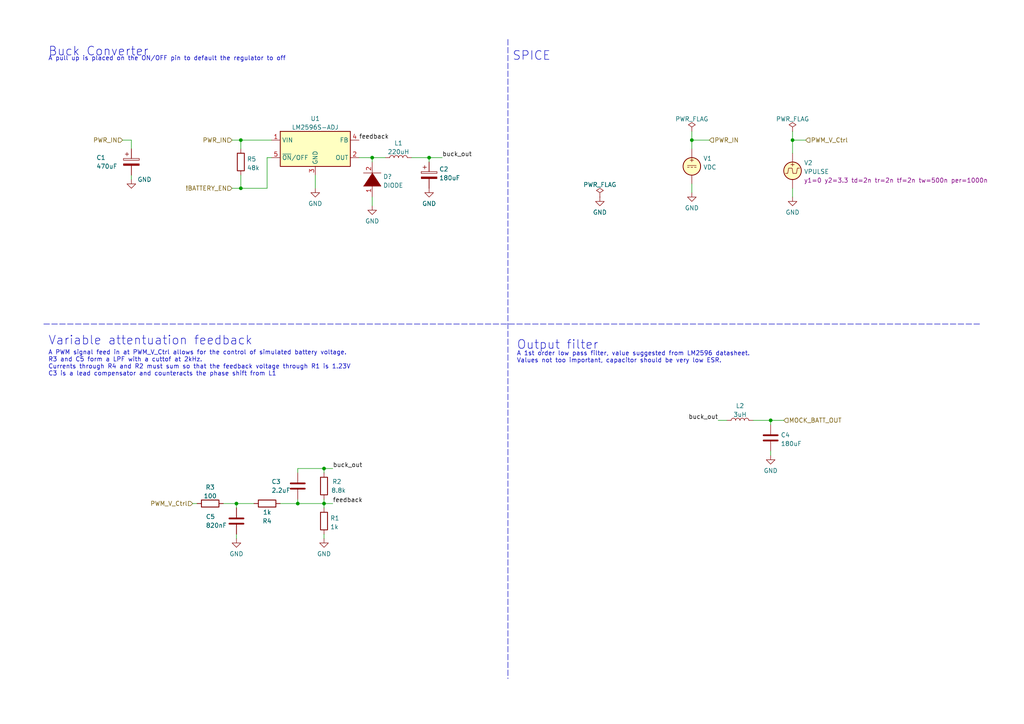
<source format=kicad_sch>
(kicad_sch (version 20211123) (generator eeschema)

  (uuid fb8b7f54-ef41-45c6-aca5-df3e1879cbb6)

  (paper "A4")

  (title_block
    (title "PurplePaddock")
    (date "2022-06-19")
    (rev "1.0")
    (company "RoboCon")
    (comment 1 "A buck converter designed to simulate a battery.")
    (comment 2 "As the motor outputs will not be loaded the current output of this is designed for 1A")
  )

  (lib_symbols
    (symbol "Device:C" (pin_numbers hide) (pin_names (offset 0.254)) (in_bom yes) (on_board yes)
      (property "Reference" "C" (id 0) (at 0.635 2.54 0)
        (effects (font (size 1.27 1.27)) (justify left))
      )
      (property "Value" "C" (id 1) (at 0.635 -2.54 0)
        (effects (font (size 1.27 1.27)) (justify left))
      )
      (property "Footprint" "" (id 2) (at 0.9652 -3.81 0)
        (effects (font (size 1.27 1.27)) hide)
      )
      (property "Datasheet" "~" (id 3) (at 0 0 0)
        (effects (font (size 1.27 1.27)) hide)
      )
      (property "ki_keywords" "cap capacitor" (id 4) (at 0 0 0)
        (effects (font (size 1.27 1.27)) hide)
      )
      (property "ki_description" "Unpolarized capacitor" (id 5) (at 0 0 0)
        (effects (font (size 1.27 1.27)) hide)
      )
      (property "ki_fp_filters" "C_*" (id 6) (at 0 0 0)
        (effects (font (size 1.27 1.27)) hide)
      )
      (symbol "C_0_1"
        (polyline
          (pts
            (xy -2.032 -0.762)
            (xy 2.032 -0.762)
          )
          (stroke (width 0.508) (type default) (color 0 0 0 0))
          (fill (type none))
        )
        (polyline
          (pts
            (xy -2.032 0.762)
            (xy 2.032 0.762)
          )
          (stroke (width 0.508) (type default) (color 0 0 0 0))
          (fill (type none))
        )
      )
      (symbol "C_1_1"
        (pin passive line (at 0 3.81 270) (length 2.794)
          (name "~" (effects (font (size 1.27 1.27))))
          (number "1" (effects (font (size 1.27 1.27))))
        )
        (pin passive line (at 0 -3.81 90) (length 2.794)
          (name "~" (effects (font (size 1.27 1.27))))
          (number "2" (effects (font (size 1.27 1.27))))
        )
      )
    )
    (symbol "Device:C_Polarized" (pin_numbers hide) (pin_names (offset 0.254)) (in_bom yes) (on_board yes)
      (property "Reference" "C" (id 0) (at 0.635 2.54 0)
        (effects (font (size 1.27 1.27)) (justify left))
      )
      (property "Value" "C_Polarized" (id 1) (at 0.635 -2.54 0)
        (effects (font (size 1.27 1.27)) (justify left))
      )
      (property "Footprint" "" (id 2) (at 0.9652 -3.81 0)
        (effects (font (size 1.27 1.27)) hide)
      )
      (property "Datasheet" "~" (id 3) (at 0 0 0)
        (effects (font (size 1.27 1.27)) hide)
      )
      (property "ki_keywords" "cap capacitor" (id 4) (at 0 0 0)
        (effects (font (size 1.27 1.27)) hide)
      )
      (property "ki_description" "Polarized capacitor" (id 5) (at 0 0 0)
        (effects (font (size 1.27 1.27)) hide)
      )
      (property "ki_fp_filters" "CP_*" (id 6) (at 0 0 0)
        (effects (font (size 1.27 1.27)) hide)
      )
      (symbol "C_Polarized_0_1"
        (rectangle (start -2.286 0.508) (end 2.286 1.016)
          (stroke (width 0) (type default) (color 0 0 0 0))
          (fill (type none))
        )
        (polyline
          (pts
            (xy -1.778 2.286)
            (xy -0.762 2.286)
          )
          (stroke (width 0) (type default) (color 0 0 0 0))
          (fill (type none))
        )
        (polyline
          (pts
            (xy -1.27 2.794)
            (xy -1.27 1.778)
          )
          (stroke (width 0) (type default) (color 0 0 0 0))
          (fill (type none))
        )
        (rectangle (start 2.286 -0.508) (end -2.286 -1.016)
          (stroke (width 0) (type default) (color 0 0 0 0))
          (fill (type outline))
        )
      )
      (symbol "C_Polarized_1_1"
        (pin passive line (at 0 3.81 270) (length 2.794)
          (name "~" (effects (font (size 1.27 1.27))))
          (number "1" (effects (font (size 1.27 1.27))))
        )
        (pin passive line (at 0 -3.81 90) (length 2.794)
          (name "~" (effects (font (size 1.27 1.27))))
          (number "2" (effects (font (size 1.27 1.27))))
        )
      )
    )
    (symbol "Device:L" (pin_numbers hide) (pin_names (offset 1.016) hide) (in_bom yes) (on_board yes)
      (property "Reference" "L" (id 0) (at -1.27 0 90)
        (effects (font (size 1.27 1.27)))
      )
      (property "Value" "L" (id 1) (at 1.905 0 90)
        (effects (font (size 1.27 1.27)))
      )
      (property "Footprint" "" (id 2) (at 0 0 0)
        (effects (font (size 1.27 1.27)) hide)
      )
      (property "Datasheet" "~" (id 3) (at 0 0 0)
        (effects (font (size 1.27 1.27)) hide)
      )
      (property "ki_keywords" "inductor choke coil reactor magnetic" (id 4) (at 0 0 0)
        (effects (font (size 1.27 1.27)) hide)
      )
      (property "ki_description" "Inductor" (id 5) (at 0 0 0)
        (effects (font (size 1.27 1.27)) hide)
      )
      (property "ki_fp_filters" "Choke_* *Coil* Inductor_* L_*" (id 6) (at 0 0 0)
        (effects (font (size 1.27 1.27)) hide)
      )
      (symbol "L_0_1"
        (arc (start 0 -2.54) (mid 0.635 -1.905) (end 0 -1.27)
          (stroke (width 0) (type default) (color 0 0 0 0))
          (fill (type none))
        )
        (arc (start 0 -1.27) (mid 0.635 -0.635) (end 0 0)
          (stroke (width 0) (type default) (color 0 0 0 0))
          (fill (type none))
        )
        (arc (start 0 0) (mid 0.635 0.635) (end 0 1.27)
          (stroke (width 0) (type default) (color 0 0 0 0))
          (fill (type none))
        )
        (arc (start 0 1.27) (mid 0.635 1.905) (end 0 2.54)
          (stroke (width 0) (type default) (color 0 0 0 0))
          (fill (type none))
        )
      )
      (symbol "L_1_1"
        (pin passive line (at 0 3.81 270) (length 1.27)
          (name "1" (effects (font (size 1.27 1.27))))
          (number "1" (effects (font (size 1.27 1.27))))
        )
        (pin passive line (at 0 -3.81 90) (length 1.27)
          (name "2" (effects (font (size 1.27 1.27))))
          (number "2" (effects (font (size 1.27 1.27))))
        )
      )
    )
    (symbol "Device:R" (pin_numbers hide) (pin_names (offset 0)) (in_bom yes) (on_board yes)
      (property "Reference" "R" (id 0) (at 2.032 0 90)
        (effects (font (size 1.27 1.27)))
      )
      (property "Value" "R" (id 1) (at 0 0 90)
        (effects (font (size 1.27 1.27)))
      )
      (property "Footprint" "" (id 2) (at -1.778 0 90)
        (effects (font (size 1.27 1.27)) hide)
      )
      (property "Datasheet" "~" (id 3) (at 0 0 0)
        (effects (font (size 1.27 1.27)) hide)
      )
      (property "ki_keywords" "R res resistor" (id 4) (at 0 0 0)
        (effects (font (size 1.27 1.27)) hide)
      )
      (property "ki_description" "Resistor" (id 5) (at 0 0 0)
        (effects (font (size 1.27 1.27)) hide)
      )
      (property "ki_fp_filters" "R_*" (id 6) (at 0 0 0)
        (effects (font (size 1.27 1.27)) hide)
      )
      (symbol "R_0_1"
        (rectangle (start -1.016 -2.54) (end 1.016 2.54)
          (stroke (width 0.254) (type default) (color 0 0 0 0))
          (fill (type none))
        )
      )
      (symbol "R_1_1"
        (pin passive line (at 0 3.81 270) (length 1.27)
          (name "~" (effects (font (size 1.27 1.27))))
          (number "1" (effects (font (size 1.27 1.27))))
        )
        (pin passive line (at 0 -3.81 90) (length 1.27)
          (name "~" (effects (font (size 1.27 1.27))))
          (number "2" (effects (font (size 1.27 1.27))))
        )
      )
    )
    (symbol "Regulator_Switching:LM2596S-ADJ" (in_bom yes) (on_board yes)
      (property "Reference" "U" (id 0) (at -10.16 6.35 0)
        (effects (font (size 1.27 1.27)) (justify left))
      )
      (property "Value" "LM2596S-ADJ" (id 1) (at 0 6.35 0)
        (effects (font (size 1.27 1.27)) (justify left))
      )
      (property "Footprint" "Package_TO_SOT_SMD:TO-263-5_TabPin3" (id 2) (at 1.27 -6.35 0)
        (effects (font (size 1.27 1.27) italic) (justify left) hide)
      )
      (property "Datasheet" "http://www.ti.com/lit/ds/symlink/lm2596.pdf" (id 3) (at 0 0 0)
        (effects (font (size 1.27 1.27)) hide)
      )
      (property "ki_keywords" "Step-Down Voltage Regulator Adjustable 3A" (id 4) (at 0 0 0)
        (effects (font (size 1.27 1.27)) hide)
      )
      (property "ki_description" "Adjustable 3A Step-Down Voltage Regulator, TO-263" (id 5) (at 0 0 0)
        (effects (font (size 1.27 1.27)) hide)
      )
      (property "ki_fp_filters" "TO?263*" (id 6) (at 0 0 0)
        (effects (font (size 1.27 1.27)) hide)
      )
      (symbol "LM2596S-ADJ_0_1"
        (rectangle (start -10.16 5.08) (end 10.16 -5.08)
          (stroke (width 0.254) (type default) (color 0 0 0 0))
          (fill (type background))
        )
      )
      (symbol "LM2596S-ADJ_1_1"
        (pin power_in line (at -12.7 2.54 0) (length 2.54)
          (name "VIN" (effects (font (size 1.27 1.27))))
          (number "1" (effects (font (size 1.27 1.27))))
        )
        (pin output line (at 12.7 -2.54 180) (length 2.54)
          (name "OUT" (effects (font (size 1.27 1.27))))
          (number "2" (effects (font (size 1.27 1.27))))
        )
        (pin power_in line (at 0 -7.62 90) (length 2.54)
          (name "GND" (effects (font (size 1.27 1.27))))
          (number "3" (effects (font (size 1.27 1.27))))
        )
        (pin input line (at 12.7 2.54 180) (length 2.54)
          (name "FB" (effects (font (size 1.27 1.27))))
          (number "4" (effects (font (size 1.27 1.27))))
        )
        (pin input line (at -12.7 -2.54 0) (length 2.54)
          (name "~{ON}/OFF" (effects (font (size 1.27 1.27))))
          (number "5" (effects (font (size 1.27 1.27))))
        )
      )
    )
    (symbol "Simulation_SPICE:VDC" (pin_numbers hide) (pin_names (offset 0.0254)) (in_bom yes) (on_board yes)
      (property "Reference" "V" (id 0) (at 2.54 2.54 0)
        (effects (font (size 1.27 1.27)) (justify left))
      )
      (property "Value" "VDC" (id 1) (at 2.54 0 0)
        (effects (font (size 1.27 1.27)) (justify left))
      )
      (property "Footprint" "" (id 2) (at 0 0 0)
        (effects (font (size 1.27 1.27)) hide)
      )
      (property "Datasheet" "~" (id 3) (at 0 0 0)
        (effects (font (size 1.27 1.27)) hide)
      )
      (property "Spice_Netlist_Enabled" "Y" (id 4) (at 0 0 0)
        (effects (font (size 1.27 1.27)) (justify left) hide)
      )
      (property "Spice_Primitive" "V" (id 5) (at 0 0 0)
        (effects (font (size 1.27 1.27)) (justify left) hide)
      )
      (property "Spice_Model" "dc(1)" (id 6) (at 2.54 -2.54 0)
        (effects (font (size 1.27 1.27)) (justify left))
      )
      (property "ki_keywords" "simulation" (id 7) (at 0 0 0)
        (effects (font (size 1.27 1.27)) hide)
      )
      (property "ki_description" "Voltage source, DC" (id 8) (at 0 0 0)
        (effects (font (size 1.27 1.27)) hide)
      )
      (symbol "VDC_0_0"
        (polyline
          (pts
            (xy -1.27 0.254)
            (xy 1.27 0.254)
          )
          (stroke (width 0) (type default) (color 0 0 0 0))
          (fill (type none))
        )
        (polyline
          (pts
            (xy -0.762 -0.254)
            (xy -1.27 -0.254)
          )
          (stroke (width 0) (type default) (color 0 0 0 0))
          (fill (type none))
        )
        (polyline
          (pts
            (xy 0.254 -0.254)
            (xy -0.254 -0.254)
          )
          (stroke (width 0) (type default) (color 0 0 0 0))
          (fill (type none))
        )
        (polyline
          (pts
            (xy 1.27 -0.254)
            (xy 0.762 -0.254)
          )
          (stroke (width 0) (type default) (color 0 0 0 0))
          (fill (type none))
        )
        (text "+" (at 0 1.905 0)
          (effects (font (size 1.27 1.27)))
        )
      )
      (symbol "VDC_0_1"
        (circle (center 0 0) (radius 2.54)
          (stroke (width 0.254) (type default) (color 0 0 0 0))
          (fill (type background))
        )
      )
      (symbol "VDC_1_1"
        (pin passive line (at 0 5.08 270) (length 2.54)
          (name "~" (effects (font (size 1.27 1.27))))
          (number "1" (effects (font (size 1.27 1.27))))
        )
        (pin passive line (at 0 -5.08 90) (length 2.54)
          (name "~" (effects (font (size 1.27 1.27))))
          (number "2" (effects (font (size 1.27 1.27))))
        )
      )
    )
    (symbol "Simulation_SPICE:VPULSE" (pin_numbers hide) (pin_names (offset 0.0254)) (in_bom yes) (on_board yes)
      (property "Reference" "V" (id 0) (at 2.54 2.54 0)
        (effects (font (size 1.27 1.27)) (justify left))
      )
      (property "Value" "VPULSE" (id 1) (at 2.54 0 0)
        (effects (font (size 1.27 1.27)) (justify left))
      )
      (property "Footprint" "" (id 2) (at 0 0 0)
        (effects (font (size 1.27 1.27)) hide)
      )
      (property "Datasheet" "~" (id 3) (at 0 0 0)
        (effects (font (size 1.27 1.27)) hide)
      )
      (property "Spice_Netlist_Enabled" "Y" (id 4) (at 0 0 0)
        (effects (font (size 1.27 1.27)) (justify left) hide)
      )
      (property "Spice_Primitive" "V" (id 5) (at 0 0 0)
        (effects (font (size 1.27 1.27)) (justify left) hide)
      )
      (property "Spice_Model" "pulse(0 1 2n 2n 2n 50n 100n)" (id 6) (at 2.54 -2.54 0)
        (effects (font (size 1.27 1.27)) (justify left))
      )
      (property "ki_keywords" "simulation" (id 7) (at 0 0 0)
        (effects (font (size 1.27 1.27)) hide)
      )
      (property "ki_description" "Voltage source, pulse" (id 8) (at 0 0 0)
        (effects (font (size 1.27 1.27)) hide)
      )
      (symbol "VPULSE_0_0"
        (polyline
          (pts
            (xy -2.032 -0.762)
            (xy -1.397 -0.762)
            (xy -1.143 0.762)
            (xy -0.127 0.762)
            (xy 0.127 -0.762)
            (xy 1.143 -0.762)
            (xy 1.397 0.762)
            (xy 2.032 0.762)
          )
          (stroke (width 0) (type default) (color 0 0 0 0))
          (fill (type none))
        )
        (text "+" (at 0 1.905 0)
          (effects (font (size 1.27 1.27)))
        )
      )
      (symbol "VPULSE_0_1"
        (circle (center 0 0) (radius 2.54)
          (stroke (width 0.254) (type default) (color 0 0 0 0))
          (fill (type background))
        )
      )
      (symbol "VPULSE_1_1"
        (pin passive line (at 0 5.08 270) (length 2.54)
          (name "~" (effects (font (size 1.27 1.27))))
          (number "1" (effects (font (size 1.27 1.27))))
        )
        (pin passive line (at 0 -5.08 90) (length 2.54)
          (name "~" (effects (font (size 1.27 1.27))))
          (number "2" (effects (font (size 1.27 1.27))))
        )
      )
    )
    (symbol "power:GND" (power) (pin_names (offset 0)) (in_bom yes) (on_board yes)
      (property "Reference" "#PWR" (id 0) (at 0 -6.35 0)
        (effects (font (size 1.27 1.27)) hide)
      )
      (property "Value" "GND" (id 1) (at 0 -3.81 0)
        (effects (font (size 1.27 1.27)))
      )
      (property "Footprint" "" (id 2) (at 0 0 0)
        (effects (font (size 1.27 1.27)) hide)
      )
      (property "Datasheet" "" (id 3) (at 0 0 0)
        (effects (font (size 1.27 1.27)) hide)
      )
      (property "ki_keywords" "power-flag" (id 4) (at 0 0 0)
        (effects (font (size 1.27 1.27)) hide)
      )
      (property "ki_description" "Power symbol creates a global label with name \"GND\" , ground" (id 5) (at 0 0 0)
        (effects (font (size 1.27 1.27)) hide)
      )
      (symbol "GND_0_1"
        (polyline
          (pts
            (xy 0 0)
            (xy 0 -1.27)
            (xy 1.27 -1.27)
            (xy 0 -2.54)
            (xy -1.27 -1.27)
            (xy 0 -1.27)
          )
          (stroke (width 0) (type default) (color 0 0 0 0))
          (fill (type none))
        )
      )
      (symbol "GND_1_1"
        (pin power_in line (at 0 0 270) (length 0) hide
          (name "GND" (effects (font (size 1.27 1.27))))
          (number "1" (effects (font (size 1.27 1.27))))
        )
      )
    )
    (symbol "power:PWR_FLAG" (power) (pin_numbers hide) (pin_names (offset 0) hide) (in_bom yes) (on_board yes)
      (property "Reference" "#FLG" (id 0) (at 0 1.905 0)
        (effects (font (size 1.27 1.27)) hide)
      )
      (property "Value" "PWR_FLAG" (id 1) (at 0 3.81 0)
        (effects (font (size 1.27 1.27)))
      )
      (property "Footprint" "" (id 2) (at 0 0 0)
        (effects (font (size 1.27 1.27)) hide)
      )
      (property "Datasheet" "~" (id 3) (at 0 0 0)
        (effects (font (size 1.27 1.27)) hide)
      )
      (property "ki_keywords" "power-flag" (id 4) (at 0 0 0)
        (effects (font (size 1.27 1.27)) hide)
      )
      (property "ki_description" "Special symbol for telling ERC where power comes from" (id 5) (at 0 0 0)
        (effects (font (size 1.27 1.27)) hide)
      )
      (symbol "PWR_FLAG_0_0"
        (pin power_out line (at 0 0 90) (length 0)
          (name "pwr" (effects (font (size 1.27 1.27))))
          (number "1" (effects (font (size 1.27 1.27))))
        )
      )
      (symbol "PWR_FLAG_0_1"
        (polyline
          (pts
            (xy 0 0)
            (xy 0 1.27)
            (xy -1.016 1.905)
            (xy 0 2.54)
            (xy 1.016 1.905)
            (xy 0 1.27)
          )
          (stroke (width 0) (type default) (color 0 0 0 0))
          (fill (type none))
        )
      )
    )
    (symbol "pspice:DIODE" (pin_names (offset 1.016) hide) (in_bom yes) (on_board yes)
      (property "Reference" "D" (id 0) (at 0 3.81 0)
        (effects (font (size 1.27 1.27)))
      )
      (property "Value" "DIODE" (id 1) (at 0 -4.445 0)
        (effects (font (size 1.27 1.27)))
      )
      (property "Footprint" "" (id 2) (at 0 0 0)
        (effects (font (size 1.27 1.27)) hide)
      )
      (property "Datasheet" "~" (id 3) (at 0 0 0)
        (effects (font (size 1.27 1.27)) hide)
      )
      (property "ki_keywords" "simulation" (id 4) (at 0 0 0)
        (effects (font (size 1.27 1.27)) hide)
      )
      (property "ki_description" "Diode symbol for simulation only. Pin order incompatible with official kicad footprints" (id 5) (at 0 0 0)
        (effects (font (size 1.27 1.27)) hide)
      )
      (symbol "DIODE_0_1"
        (polyline
          (pts
            (xy 1.905 2.54)
            (xy 1.905 -2.54)
          )
          (stroke (width 0) (type default) (color 0 0 0 0))
          (fill (type none))
        )
        (polyline
          (pts
            (xy -1.905 2.54)
            (xy -1.905 -2.54)
            (xy 1.905 0)
          )
          (stroke (width 0) (type default) (color 0 0 0 0))
          (fill (type outline))
        )
      )
      (symbol "DIODE_1_1"
        (pin input line (at -5.08 0 0) (length 3.81)
          (name "K" (effects (font (size 1.27 1.27))))
          (number "1" (effects (font (size 1.27 1.27))))
        )
        (pin input line (at 5.08 0 180) (length 3.81)
          (name "A" (effects (font (size 1.27 1.27))))
          (number "2" (effects (font (size 1.27 1.27))))
        )
      )
    )
  )

  (junction (at 107.95 45.72) (diameter 0) (color 0 0 0 0)
    (uuid 127d2c5c-7bac-4179-8935-783a20840a10)
  )
  (junction (at 69.85 40.64) (diameter 0) (color 0 0 0 0)
    (uuid 17d601c6-93ee-4deb-be86-61785c29cf2d)
  )
  (junction (at 93.98 146.05) (diameter 0) (color 0 0 0 0)
    (uuid 337d5e90-92d6-4aaf-9b62-a476a8a6e769)
  )
  (junction (at 68.58 146.05) (diameter 0) (color 0 0 0 0)
    (uuid 3f7735d9-4cb3-44d1-aa4a-96cdb0f2e34a)
  )
  (junction (at 86.36 146.05) (diameter 0) (color 0 0 0 0)
    (uuid 4b89aaaa-bd37-4701-bec5-2abfbd4f9ed7)
  )
  (junction (at 69.85 54.61) (diameter 0) (color 0 0 0 0)
    (uuid 570c0661-52db-4a27-bfdd-1f88a5b5d1e3)
  )
  (junction (at 229.87 40.64) (diameter 0) (color 0 0 0 0)
    (uuid 5bdd1992-6afd-49b5-be69-1b5cff462f84)
  )
  (junction (at 200.66 40.64) (diameter 0) (color 0 0 0 0)
    (uuid 78122c34-4017-4548-b071-9a352032919b)
  )
  (junction (at 124.46 45.72) (diameter 0) (color 0 0 0 0)
    (uuid 912ebf8e-8a8b-4838-b56f-5239678bfea8)
  )
  (junction (at 223.52 121.92) (diameter 0) (color 0 0 0 0)
    (uuid 9a920911-a161-4e4c-9be1-5e44779e44be)
  )
  (junction (at 93.98 135.89) (diameter 0) (color 0 0 0 0)
    (uuid c18a94e6-48c4-4a52-a103-c1de9034ce40)
  )

  (wire (pts (xy 96.52 146.05) (xy 93.98 146.05))
    (stroke (width 0) (type default) (color 0 0 0 0))
    (uuid 0422fa69-4e68-4c25-9175-6f5da83df515)
  )
  (wire (pts (xy 86.36 146.05) (xy 93.98 146.05))
    (stroke (width 0) (type default) (color 0 0 0 0))
    (uuid 0466f635-cb9c-4a88-8b3b-beb350c4b18e)
  )
  (wire (pts (xy 200.66 38.1) (xy 200.66 40.64))
    (stroke (width 0) (type default) (color 0 0 0 0))
    (uuid 0a2fbc06-efd1-429b-a8fd-531cc97fbada)
  )
  (wire (pts (xy 55.88 146.05) (xy 57.15 146.05))
    (stroke (width 0) (type default) (color 0 0 0 0))
    (uuid 0a334104-ec45-4d87-a9eb-144c316a1965)
  )
  (wire (pts (xy 69.85 40.64) (xy 69.85 43.18))
    (stroke (width 0) (type default) (color 0 0 0 0))
    (uuid 0a939ab8-28de-4431-8812-9f9eeacb2f9c)
  )
  (wire (pts (xy 223.52 121.92) (xy 227.33 121.92))
    (stroke (width 0) (type default) (color 0 0 0 0))
    (uuid 10d3004e-2ef1-4d00-a7d2-5bf1acb48d87)
  )
  (wire (pts (xy 218.44 121.92) (xy 223.52 121.92))
    (stroke (width 0) (type default) (color 0 0 0 0))
    (uuid 12ee84a3-7125-4059-b4cd-4386cafab5c4)
  )
  (wire (pts (xy 124.46 45.72) (xy 124.46 46.99))
    (stroke (width 0) (type default) (color 0 0 0 0))
    (uuid 1cbcccf2-44c1-4e20-a313-958aaaa7f831)
  )
  (wire (pts (xy 205.74 40.64) (xy 200.66 40.64))
    (stroke (width 0) (type default) (color 0 0 0 0))
    (uuid 2013f9a6-1433-4814-9975-2148fee324be)
  )
  (wire (pts (xy 200.66 40.64) (xy 200.66 43.18))
    (stroke (width 0) (type default) (color 0 0 0 0))
    (uuid 2e607773-0025-44c9-9157-1c136da339d6)
  )
  (wire (pts (xy 223.52 130.81) (xy 223.52 132.08))
    (stroke (width 0) (type default) (color 0 0 0 0))
    (uuid 2e7fe69a-948c-4307-99f4-756f89c12b38)
  )
  (wire (pts (xy 68.58 146.05) (xy 64.77 146.05))
    (stroke (width 0) (type default) (color 0 0 0 0))
    (uuid 33d1a912-1c7a-40a0-b9d0-b01f77774d11)
  )
  (wire (pts (xy 107.95 57.15) (xy 107.95 59.69))
    (stroke (width 0) (type default) (color 0 0 0 0))
    (uuid 3462b2ab-d80c-42a5-ad50-93a967eb3e31)
  )
  (wire (pts (xy 119.38 45.72) (xy 124.46 45.72))
    (stroke (width 0) (type default) (color 0 0 0 0))
    (uuid 4be53149-b57f-40cf-9ffe-21024f01764f)
  )
  (wire (pts (xy 124.46 45.72) (xy 128.27 45.72))
    (stroke (width 0) (type default) (color 0 0 0 0))
    (uuid 5d681a89-63df-42aa-9dcb-13cacf7ce775)
  )
  (wire (pts (xy 223.52 121.92) (xy 223.52 123.19))
    (stroke (width 0) (type default) (color 0 0 0 0))
    (uuid 7047dd5d-c51d-4db0-bdf7-4c299a3daeaa)
  )
  (wire (pts (xy 86.36 146.05) (xy 81.28 146.05))
    (stroke (width 0) (type default) (color 0 0 0 0))
    (uuid 76d462b2-8665-42eb-9b0b-497403344c18)
  )
  (wire (pts (xy 73.66 146.05) (xy 68.58 146.05))
    (stroke (width 0) (type default) (color 0 0 0 0))
    (uuid 79ff6def-00c9-440a-9fab-36297575dc92)
  )
  (polyline (pts (xy 12.7 93.98) (xy 284.48 93.98))
    (stroke (width 0) (type default) (color 0 0 0 0))
    (uuid 7c7422eb-b9fe-408d-958a-507b648b6d10)
  )

  (wire (pts (xy 93.98 146.05) (xy 93.98 144.78))
    (stroke (width 0) (type default) (color 0 0 0 0))
    (uuid 86d3369c-5fd3-4ff9-baeb-80f178e107f1)
  )
  (wire (pts (xy 104.14 45.72) (xy 107.95 45.72))
    (stroke (width 0) (type default) (color 0 0 0 0))
    (uuid 8770461d-1958-41ac-b787-77326e07cdc0)
  )
  (wire (pts (xy 96.52 135.89) (xy 93.98 135.89))
    (stroke (width 0) (type default) (color 0 0 0 0))
    (uuid 8aa7c210-67a6-4eff-9071-bd23002c2c7e)
  )
  (wire (pts (xy 69.85 50.8) (xy 69.85 54.61))
    (stroke (width 0) (type default) (color 0 0 0 0))
    (uuid 8af8c7dd-4856-4b82-92eb-2c92bf73f2b0)
  )
  (wire (pts (xy 91.44 50.8) (xy 91.44 54.61))
    (stroke (width 0) (type default) (color 0 0 0 0))
    (uuid 997f1b33-64fa-4e03-b652-4f72e125ab79)
  )
  (wire (pts (xy 93.98 137.16) (xy 93.98 135.89))
    (stroke (width 0) (type default) (color 0 0 0 0))
    (uuid 9ee7be8c-fdfb-4244-a04e-113c0968f327)
  )
  (wire (pts (xy 69.85 40.64) (xy 78.74 40.64))
    (stroke (width 0) (type default) (color 0 0 0 0))
    (uuid a03fa313-7c17-460b-b2d0-6b860cbe8e31)
  )
  (wire (pts (xy 67.31 40.64) (xy 69.85 40.64))
    (stroke (width 0) (type default) (color 0 0 0 0))
    (uuid a54d4e72-c8b0-4d4c-9c14-37bd8179cd21)
  )
  (wire (pts (xy 77.47 54.61) (xy 77.47 45.72))
    (stroke (width 0) (type default) (color 0 0 0 0))
    (uuid a9631911-e1bf-4f9e-a8ae-5096be5b5cd9)
  )
  (wire (pts (xy 93.98 146.05) (xy 93.98 147.32))
    (stroke (width 0) (type default) (color 0 0 0 0))
    (uuid ad5e3909-dbf1-4202-95f4-94b5c05056d3)
  )
  (wire (pts (xy 68.58 147.32) (xy 68.58 146.05))
    (stroke (width 0) (type default) (color 0 0 0 0))
    (uuid b08b05e5-2479-4256-9691-13fed750b35e)
  )
  (wire (pts (xy 77.47 45.72) (xy 78.74 45.72))
    (stroke (width 0) (type default) (color 0 0 0 0))
    (uuid b869f526-3c68-4140-b41e-d3aa330e20e0)
  )
  (wire (pts (xy 208.28 121.92) (xy 210.82 121.92))
    (stroke (width 0) (type default) (color 0 0 0 0))
    (uuid b90c36c9-40e3-4f62-9705-53441556bb10)
  )
  (wire (pts (xy 86.36 135.89) (xy 86.36 137.16))
    (stroke (width 0) (type default) (color 0 0 0 0))
    (uuid b93d70b1-c312-423c-a2b2-cab4e9888dfa)
  )
  (wire (pts (xy 93.98 154.94) (xy 93.98 156.21))
    (stroke (width 0) (type default) (color 0 0 0 0))
    (uuid bac38c2a-6f5a-4a09-ad92-fb7e4e20d345)
  )
  (wire (pts (xy 86.36 144.78) (xy 86.36 146.05))
    (stroke (width 0) (type default) (color 0 0 0 0))
    (uuid bdf3c2d2-0d2c-4961-a46b-bfb4b5618ce6)
  )
  (wire (pts (xy 229.87 40.64) (xy 229.87 44.45))
    (stroke (width 0) (type default) (color 0 0 0 0))
    (uuid bfae627f-a9d9-457a-8e2d-a590feb739d7)
  )
  (wire (pts (xy 233.68 40.64) (xy 229.87 40.64))
    (stroke (width 0) (type default) (color 0 0 0 0))
    (uuid c69d570d-9846-4a66-a272-9626429f186d)
  )
  (wire (pts (xy 107.95 45.72) (xy 107.95 46.99))
    (stroke (width 0) (type default) (color 0 0 0 0))
    (uuid c8011ad2-79f4-43ce-bc5f-a4eb113fbf2e)
  )
  (wire (pts (xy 67.31 54.61) (xy 69.85 54.61))
    (stroke (width 0) (type default) (color 0 0 0 0))
    (uuid d3a25261-48c1-41aa-99a6-0ba40e5bdcf2)
  )
  (wire (pts (xy 200.66 53.34) (xy 200.66 55.88))
    (stroke (width 0) (type default) (color 0 0 0 0))
    (uuid d7271bdf-c0f4-4c95-b564-c54e73fe1e7b)
  )
  (wire (pts (xy 35.56 40.64) (xy 38.1 40.64))
    (stroke (width 0) (type default) (color 0 0 0 0))
    (uuid d80d4c90-b40f-414e-8736-376e76dddedb)
  )
  (wire (pts (xy 68.58 154.94) (xy 68.58 156.21))
    (stroke (width 0) (type default) (color 0 0 0 0))
    (uuid da4af4aa-73d0-4d01-9883-b968c93e2bb9)
  )
  (wire (pts (xy 69.85 54.61) (xy 77.47 54.61))
    (stroke (width 0) (type default) (color 0 0 0 0))
    (uuid dde1bbc2-32ac-4606-8822-a4c44d3ecf6a)
  )
  (wire (pts (xy 229.87 54.61) (xy 229.87 57.15))
    (stroke (width 0) (type default) (color 0 0 0 0))
    (uuid e87b4b82-032e-4b24-a4c4-50914aa60186)
  )
  (wire (pts (xy 229.87 38.1) (xy 229.87 40.64))
    (stroke (width 0) (type default) (color 0 0 0 0))
    (uuid e91150bf-366c-44a2-9837-c942e5ab2be2)
  )
  (wire (pts (xy 107.95 45.72) (xy 111.76 45.72))
    (stroke (width 0) (type default) (color 0 0 0 0))
    (uuid ebd7f6d0-8eab-4f9f-811f-5636efea042e)
  )
  (wire (pts (xy 38.1 52.07) (xy 38.1 50.8))
    (stroke (width 0) (type default) (color 0 0 0 0))
    (uuid ec62eaa8-b214-4014-911c-ce7ed9d05cd2)
  )
  (wire (pts (xy 93.98 135.89) (xy 86.36 135.89))
    (stroke (width 0) (type default) (color 0 0 0 0))
    (uuid f0faba35-6c82-4c9c-beff-a16cfc0b4aea)
  )
  (polyline (pts (xy 147.32 11.43) (xy 147.32 196.85))
    (stroke (width 0) (type default) (color 0 0 0 0))
    (uuid f7824c1f-1dac-4876-9871-36f318ce384c)
  )

  (wire (pts (xy 38.1 40.64) (xy 38.1 43.18))
    (stroke (width 0) (type default) (color 0 0 0 0))
    (uuid ff9f9789-d8a3-4139-82b5-e9e39a8b666d)
  )

  (text "Variable attentuation feedback" (at 13.97 100.33 0)
    (effects (font (size 2.54 2.54)) (justify left bottom))
    (uuid 134b8d2c-2387-4361-bf62-e060684c976b)
  )
  (text "Buck Converter" (at 13.97 16.51 0)
    (effects (font (size 2.54 2.54)) (justify left bottom))
    (uuid ab5eb262-d360-4393-9b25-f0ce7187f731)
  )
  (text "SPICE" (at 148.59 17.78 0)
    (effects (font (size 2.54 2.54)) (justify left bottom))
    (uuid b13e8723-f8d8-4f28-9777-6c1ea174d677)
  )
  (text "Output filter" (at 149.86 101.6 0)
    (effects (font (size 2.54 2.54)) (justify left bottom))
    (uuid d4176dc6-bfda-4423-b5dc-54fb8847b5de)
  )
  (text "A 1st order low pass filter, value suggested from LM2596 datasheet.\nValues not too important, capacitor should be very low ESR."
    (at 149.86 105.41 0)
    (effects (font (size 1.27 1.27)) (justify left bottom))
    (uuid e158e6e7-9e5b-47a1-a9e7-117348d33071)
  )
  (text "A PWM signal feed in at PWM_V_Ctrl allows for the control of simulated battery voltage.\nR3 and C5 form a LPF with a cuttof at 2kHz. \nCurrents through R4 and R2 must sum so that the feedback voltage through R1 is 1.23V\nC3 is a lead compensator and counteracts the phase shift from L1\n"
    (at 13.97 109.22 0)
    (effects (font (size 1.27 1.27)) (justify left bottom))
    (uuid f36091f0-2380-46ca-9f1e-99060eecc965)
  )
  (text "A pull up is placed on the ON/OFF pin to default the regulator to off"
    (at 13.97 17.78 0)
    (effects (font (size 1.27 1.27)) (justify left bottom))
    (uuid f87254ff-2dbf-463a-b1b9-dd7e9a266f29)
  )

  (label "feedback" (at 96.52 146.05 0)
    (effects (font (size 1.27 1.27)) (justify left bottom))
    (uuid 3e0b88e5-8861-472f-81aa-fc6614d74063)
  )
  (label "buck_out" (at 128.27 45.72 0)
    (effects (font (size 1.27 1.27)) (justify left bottom))
    (uuid 5d4879a6-0801-439f-ab68-b3e3a77fe371)
  )
  (label "feedback" (at 104.14 40.64 0)
    (effects (font (size 1.27 1.27)) (justify left bottom))
    (uuid a1bc58f4-d6fd-4d66-8f8c-d24a2547eae2)
  )
  (label "buck_out" (at 208.28 121.92 180)
    (effects (font (size 1.27 1.27)) (justify right bottom))
    (uuid c4624309-1ace-4720-a3a6-c4d93bdb7cdb)
  )
  (label "buck_out" (at 96.52 135.89 0)
    (effects (font (size 1.27 1.27)) (justify left bottom))
    (uuid eb02b004-1d54-4c1c-bfbb-16e9473cea48)
  )

  (hierarchical_label "MOCK_BATT_OUT" (shape input) (at 227.33 121.92 0)
    (effects (font (size 1.27 1.27)) (justify left))
    (uuid 21731827-de43-4e40-a75e-1045ea904303)
  )
  (hierarchical_label "PWR_IN" (shape input) (at 205.74 40.64 0)
    (effects (font (size 1.27 1.27)) (justify left))
    (uuid 67c7a478-1f53-477a-9997-e375f47aa773)
  )
  (hierarchical_label "!BATTERY_EN" (shape input) (at 67.31 54.61 180)
    (effects (font (size 1.27 1.27)) (justify right))
    (uuid 8e24cac7-b54a-405b-b28e-e61b778029d6)
  )
  (hierarchical_label "PWR_IN" (shape input) (at 67.31 40.64 180)
    (effects (font (size 1.27 1.27)) (justify right))
    (uuid 95270271-9a2b-4e9e-b20c-1504be7d3b3a)
  )
  (hierarchical_label "PWM_V_Ctrl" (shape input) (at 55.88 146.05 180)
    (effects (font (size 1.27 1.27)) (justify right))
    (uuid bc484d60-76e8-41e1-b988-0a7ea43663f7)
  )
  (hierarchical_label "PWR_IN" (shape input) (at 35.56 40.64 180)
    (effects (font (size 1.27 1.27)) (justify right))
    (uuid bf5c8d77-c64a-49e3-80ec-f65f7cbb50aa)
  )
  (hierarchical_label "PWM_V_Ctrl" (shape input) (at 233.68 40.64 0)
    (effects (font (size 1.27 1.27)) (justify left))
    (uuid c63119a9-db11-452f-9856-13bdad51ef62)
  )

  (symbol (lib_id "power:GND") (at 68.58 156.21 0) (mirror y) (unit 1)
    (in_bom yes) (on_board yes) (fields_autoplaced)
    (uuid 03f5d132-ea09-41e4-8553-70f54cc592c3)
    (property "Reference" "#PWR010" (id 0) (at 68.58 162.56 0)
      (effects (font (size 1.27 1.27)) hide)
    )
    (property "Value" "GND" (id 1) (at 68.58 160.6534 0))
    (property "Footprint" "" (id 2) (at 68.58 156.21 0)
      (effects (font (size 1.27 1.27)) hide)
    )
    (property "Datasheet" "" (id 3) (at 68.58 156.21 0)
      (effects (font (size 1.27 1.27)) hide)
    )
    (pin "1" (uuid 2e6b13f8-092f-47a6-a3ad-38aede999c8c))
  )

  (symbol (lib_id "power:GND") (at 93.98 156.21 0) (mirror y) (unit 1)
    (in_bom yes) (on_board yes) (fields_autoplaced)
    (uuid 0d7ecdd5-bee7-42f5-9f98-518927783a70)
    (property "Reference" "#PWR011" (id 0) (at 93.98 162.56 0)
      (effects (font (size 1.27 1.27)) hide)
    )
    (property "Value" "GND" (id 1) (at 93.98 160.6534 0))
    (property "Footprint" "" (id 2) (at 93.98 156.21 0)
      (effects (font (size 1.27 1.27)) hide)
    )
    (property "Datasheet" "" (id 3) (at 93.98 156.21 0)
      (effects (font (size 1.27 1.27)) hide)
    )
    (pin "1" (uuid d7fbeb57-6f59-4a27-a70e-d8a0e8634cc8))
  )

  (symbol (lib_id "power:GND") (at 173.99 57.15 0) (unit 1)
    (in_bom yes) (on_board yes) (fields_autoplaced)
    (uuid 0d9bd421-f578-42e5-a943-f7a9f28d22e0)
    (property "Reference" "#PWR0101" (id 0) (at 173.99 63.5 0)
      (effects (font (size 1.27 1.27)) hide)
    )
    (property "Value" "GND" (id 1) (at 173.99 61.5934 0))
    (property "Footprint" "" (id 2) (at 173.99 57.15 0)
      (effects (font (size 1.27 1.27)) hide)
    )
    (property "Datasheet" "" (id 3) (at 173.99 57.15 0)
      (effects (font (size 1.27 1.27)) hide)
    )
    (pin "1" (uuid 87a79166-ab2d-4a4e-9e72-0ced69ed1710))
  )

  (symbol (lib_id "power:GND") (at 107.95 59.69 0) (unit 1)
    (in_bom yes) (on_board yes) (fields_autoplaced)
    (uuid 18a9e924-345c-4a2d-ba08-595ffc779d26)
    (property "Reference" "#PWR07" (id 0) (at 107.95 66.04 0)
      (effects (font (size 1.27 1.27)) hide)
    )
    (property "Value" "GND" (id 1) (at 107.95 64.1334 0))
    (property "Footprint" "" (id 2) (at 107.95 59.69 0)
      (effects (font (size 1.27 1.27)) hide)
    )
    (property "Datasheet" "" (id 3) (at 107.95 59.69 0)
      (effects (font (size 1.27 1.27)) hide)
    )
    (pin "1" (uuid 56e9160f-9a2e-4d54-887a-1ca17368617a))
  )

  (symbol (lib_id "Device:R") (at 93.98 151.13 0) (mirror y) (unit 1)
    (in_bom yes) (on_board yes) (fields_autoplaced)
    (uuid 34a88ea6-d92e-4ba4-8cc4-922e4df7e79b)
    (property "Reference" "R1" (id 0) (at 95.758 150.2953 0)
      (effects (font (size 1.27 1.27)) (justify right))
    )
    (property "Value" "1k" (id 1) (at 95.758 152.8322 0)
      (effects (font (size 1.27 1.27)) (justify right))
    )
    (property "Footprint" "" (id 2) (at 95.758 151.13 90)
      (effects (font (size 1.27 1.27)) hide)
    )
    (property "Datasheet" "~" (id 3) (at 93.98 151.13 0)
      (effects (font (size 1.27 1.27)) hide)
    )
    (pin "1" (uuid 8370e047-c3c5-44e7-a402-35e6a8e8e6f1))
    (pin "2" (uuid d905af8a-eb25-4f99-84f4-be20c1aa4a78))
  )

  (symbol (lib_id "Device:C") (at 86.36 140.97 0) (unit 1)
    (in_bom yes) (on_board yes)
    (uuid 3c596e69-b0ca-48db-8244-b7e3fd67e54c)
    (property "Reference" "C3" (id 0) (at 78.74 139.7 0)
      (effects (font (size 1.27 1.27)) (justify left))
    )
    (property "Value" "2.2uF" (id 1) (at 78.74 142.24 0)
      (effects (font (size 1.27 1.27)) (justify left))
    )
    (property "Footprint" "" (id 2) (at 87.3252 144.78 0)
      (effects (font (size 1.27 1.27)) hide)
    )
    (property "Datasheet" "~" (id 3) (at 86.36 140.97 0)
      (effects (font (size 1.27 1.27)) hide)
    )
    (pin "1" (uuid 598df20e-6756-4306-95d0-fd96a137244e))
    (pin "2" (uuid 5fd2c72b-ad41-4ba1-b79c-a2ecf14da60e))
  )

  (symbol (lib_id "power:GND") (at 223.52 132.08 0) (unit 1)
    (in_bom yes) (on_board yes) (fields_autoplaced)
    (uuid 4a1c648c-059e-42fb-85ff-e3a5d0443d1d)
    (property "Reference" "#PWR09" (id 0) (at 223.52 138.43 0)
      (effects (font (size 1.27 1.27)) hide)
    )
    (property "Value" "GND" (id 1) (at 223.52 136.5234 0))
    (property "Footprint" "" (id 2) (at 223.52 132.08 0)
      (effects (font (size 1.27 1.27)) hide)
    )
    (property "Datasheet" "" (id 3) (at 223.52 132.08 0)
      (effects (font (size 1.27 1.27)) hide)
    )
    (pin "1" (uuid b6dfd6dd-abda-4fa1-861e-8d991298d46f))
  )

  (symbol (lib_id "Device:C_Polarized") (at 38.1 46.99 0) (unit 1)
    (in_bom yes) (on_board yes)
    (uuid 4e4a5b7c-63b4-44b8-9580-8a4c7a1bdf3b)
    (property "Reference" "C1" (id 0) (at 27.94 45.72 0)
      (effects (font (size 1.27 1.27)) (justify left))
    )
    (property "Value" "470uF" (id 1) (at 27.94 48.26 0)
      (effects (font (size 1.27 1.27)) (justify left))
    )
    (property "Footprint" "" (id 2) (at 39.0652 50.8 0)
      (effects (font (size 1.27 1.27)) hide)
    )
    (property "Datasheet" "~" (id 3) (at 38.1 46.99 0)
      (effects (font (size 1.27 1.27)) hide)
    )
    (pin "1" (uuid 984f8190-e6e6-4d23-9fa9-0aa022fdc26b))
    (pin "2" (uuid f88c6c6b-1eac-41af-98e8-34c6e454c6e7))
  )

  (symbol (lib_id "power:GND") (at 91.44 54.61 0) (unit 1)
    (in_bom yes) (on_board yes) (fields_autoplaced)
    (uuid 5861a0f8-0bb8-443f-b48f-bdb75aef1d2a)
    (property "Reference" "#PWR06" (id 0) (at 91.44 60.96 0)
      (effects (font (size 1.27 1.27)) hide)
    )
    (property "Value" "GND" (id 1) (at 91.44 59.0534 0))
    (property "Footprint" "" (id 2) (at 91.44 54.61 0)
      (effects (font (size 1.27 1.27)) hide)
    )
    (property "Datasheet" "" (id 3) (at 91.44 54.61 0)
      (effects (font (size 1.27 1.27)) hide)
    )
    (pin "1" (uuid 65ddc0aa-87c4-4f96-9a22-e4a85782013d))
  )

  (symbol (lib_id "power:PWR_FLAG") (at 200.66 38.1 0) (unit 1)
    (in_bom yes) (on_board yes) (fields_autoplaced)
    (uuid 58b7b804-d918-4a7d-9652-13b1a577206c)
    (property "Reference" "#FLG0101" (id 0) (at 200.66 36.195 0)
      (effects (font (size 1.27 1.27)) hide)
    )
    (property "Value" "PWR_FLAG" (id 1) (at 200.66 34.5242 0))
    (property "Footprint" "" (id 2) (at 200.66 38.1 0)
      (effects (font (size 1.27 1.27)) hide)
    )
    (property "Datasheet" "~" (id 3) (at 200.66 38.1 0)
      (effects (font (size 1.27 1.27)) hide)
    )
    (pin "1" (uuid c9731206-668f-49d3-a50e-3379250a951b))
  )

  (symbol (lib_id "Device:C_Polarized") (at 124.46 50.8 0) (unit 1)
    (in_bom yes) (on_board yes) (fields_autoplaced)
    (uuid 59ed0904-a264-4149-bbfc-d80a1a95e861)
    (property "Reference" "C2" (id 0) (at 127.381 49.0763 0)
      (effects (font (size 1.27 1.27)) (justify left))
    )
    (property "Value" "180uF" (id 1) (at 127.381 51.6132 0)
      (effects (font (size 1.27 1.27)) (justify left))
    )
    (property "Footprint" "" (id 2) (at 125.4252 54.61 0)
      (effects (font (size 1.27 1.27)) hide)
    )
    (property "Datasheet" "~" (id 3) (at 124.46 50.8 0)
      (effects (font (size 1.27 1.27)) hide)
    )
    (pin "1" (uuid b9481eb6-9c0e-4426-9fff-26332da7dab5))
    (pin "2" (uuid 3beb9ea9-cb81-4400-9006-10dc53ec87bd))
  )

  (symbol (lib_id "Device:R") (at 69.85 46.99 0) (unit 1)
    (in_bom yes) (on_board yes) (fields_autoplaced)
    (uuid 5f3be94a-7e88-4317-9e44-3f911ae171bd)
    (property "Reference" "R5" (id 0) (at 71.628 46.1553 0)
      (effects (font (size 1.27 1.27)) (justify left))
    )
    (property "Value" "48k" (id 1) (at 71.628 48.6922 0)
      (effects (font (size 1.27 1.27)) (justify left))
    )
    (property "Footprint" "" (id 2) (at 68.072 46.99 90)
      (effects (font (size 1.27 1.27)) hide)
    )
    (property "Datasheet" "~" (id 3) (at 69.85 46.99 0)
      (effects (font (size 1.27 1.27)) hide)
    )
    (pin "1" (uuid 896b4ad3-b912-4da5-9988-a46583ce2d6b))
    (pin "2" (uuid f019af19-7d8b-491e-b2a2-59a005bc177f))
  )

  (symbol (lib_id "Device:L") (at 214.63 121.92 90) (unit 1)
    (in_bom yes) (on_board yes) (fields_autoplaced)
    (uuid 6cb2a321-9bb9-4d1b-a41f-353a8f934615)
    (property "Reference" "L2" (id 0) (at 214.63 117.7122 90))
    (property "Value" "3uH" (id 1) (at 214.63 120.2491 90))
    (property "Footprint" "" (id 2) (at 214.63 121.92 0)
      (effects (font (size 1.27 1.27)) hide)
    )
    (property "Datasheet" "~" (id 3) (at 214.63 121.92 0)
      (effects (font (size 1.27 1.27)) hide)
    )
    (pin "1" (uuid c32223cc-3f3b-4e9e-98d2-6b9ed7eebc71))
    (pin "2" (uuid ed000931-9429-407c-9d67-f02076f23a36))
  )

  (symbol (lib_id "power:GND") (at 229.87 57.15 0) (unit 1)
    (in_bom yes) (on_board yes) (fields_autoplaced)
    (uuid 6cf0765d-1e50-4941-9ef7-52e3ee1c6c82)
    (property "Reference" "#PWR03" (id 0) (at 229.87 63.5 0)
      (effects (font (size 1.27 1.27)) hide)
    )
    (property "Value" "GND" (id 1) (at 229.87 61.5934 0))
    (property "Footprint" "" (id 2) (at 229.87 57.15 0)
      (effects (font (size 1.27 1.27)) hide)
    )
    (property "Datasheet" "" (id 3) (at 229.87 57.15 0)
      (effects (font (size 1.27 1.27)) hide)
    )
    (pin "1" (uuid 16aacd3b-b93a-4686-be89-34d22bd6f348))
  )

  (symbol (lib_id "Device:L") (at 115.57 45.72 90) (unit 1)
    (in_bom yes) (on_board yes) (fields_autoplaced)
    (uuid 782f45bf-a2ef-4313-a747-f08ffa70f48b)
    (property "Reference" "L1" (id 0) (at 115.57 41.5122 90))
    (property "Value" "220uH" (id 1) (at 115.57 44.0491 90))
    (property "Footprint" "" (id 2) (at 115.57 45.72 0)
      (effects (font (size 1.27 1.27)) hide)
    )
    (property "Datasheet" "~" (id 3) (at 115.57 45.72 0)
      (effects (font (size 1.27 1.27)) hide)
    )
    (pin "1" (uuid 682f7ae1-7d67-4428-b26c-a02778d262ec))
    (pin "2" (uuid 0acbd858-c57d-47f8-a83f-96c9149cd485))
  )

  (symbol (lib_id "power:GND") (at 38.1 52.07 0) (unit 1)
    (in_bom yes) (on_board yes)
    (uuid 8517d4db-1433-4b51-97ec-b75366a35950)
    (property "Reference" "#PWR01" (id 0) (at 38.1 58.42 0)
      (effects (font (size 1.27 1.27)) hide)
    )
    (property "Value" "GND" (id 1) (at 41.91 52.07 0))
    (property "Footprint" "" (id 2) (at 38.1 52.07 0)
      (effects (font (size 1.27 1.27)) hide)
    )
    (property "Datasheet" "" (id 3) (at 38.1 52.07 0)
      (effects (font (size 1.27 1.27)) hide)
    )
    (pin "1" (uuid 474b577a-2745-4d4f-a64b-e697b8c92b59))
  )

  (symbol (lib_id "power:PWR_FLAG") (at 229.87 38.1 0) (unit 1)
    (in_bom yes) (on_board yes) (fields_autoplaced)
    (uuid 8eb2ecaf-87d3-407d-b2ec-37fdf2ed1849)
    (property "Reference" "#FLG0102" (id 0) (at 229.87 36.195 0)
      (effects (font (size 1.27 1.27)) hide)
    )
    (property "Value" "PWR_FLAG" (id 1) (at 229.87 34.5242 0))
    (property "Footprint" "" (id 2) (at 229.87 38.1 0)
      (effects (font (size 1.27 1.27)) hide)
    )
    (property "Datasheet" "~" (id 3) (at 229.87 38.1 0)
      (effects (font (size 1.27 1.27)) hide)
    )
    (pin "1" (uuid 0f8225d3-8219-489b-b209-40bdef973e35))
  )

  (symbol (lib_id "Device:R") (at 60.96 146.05 270) (mirror x) (unit 1)
    (in_bom yes) (on_board yes) (fields_autoplaced)
    (uuid 99e0294f-4aa6-43b2-b90a-9a145ebcb282)
    (property "Reference" "R3" (id 0) (at 60.96 141.3342 90))
    (property "Value" "100" (id 1) (at 60.96 143.8711 90))
    (property "Footprint" "" (id 2) (at 60.96 147.828 90)
      (effects (font (size 1.27 1.27)) hide)
    )
    (property "Datasheet" "~" (id 3) (at 60.96 146.05 0)
      (effects (font (size 1.27 1.27)) hide)
    )
    (pin "1" (uuid bb981576-2dcb-423c-b921-5264a1616842))
    (pin "2" (uuid af679a30-03ce-44c8-aef4-7b6ddec23040))
  )

  (symbol (lib_id "pspice:DIODE") (at 107.95 52.07 90) (unit 1)
    (in_bom yes) (on_board yes) (fields_autoplaced)
    (uuid 9daf64fc-bb48-45a5-a00a-9c16eb0fdcba)
    (property "Reference" "D?" (id 0) (at 111.125 51.2353 90)
      (effects (font (size 1.27 1.27)) (justify right))
    )
    (property "Value" "DIODE" (id 1) (at 111.125 53.7722 90)
      (effects (font (size 1.27 1.27)) (justify right))
    )
    (property "Footprint" "" (id 2) (at 107.95 52.07 0)
      (effects (font (size 1.27 1.27)) hide)
    )
    (property "Datasheet" "~" (id 3) (at 107.95 52.07 0)
      (effects (font (size 1.27 1.27)) hide)
    )
    (pin "1" (uuid 41e33040-6da1-42af-a4f1-9a4b42038c18))
    (pin "2" (uuid 6816f90c-012b-4c3a-a594-72072617639a))
  )

  (symbol (lib_id "Regulator_Switching:LM2596S-ADJ") (at 91.44 43.18 0) (unit 1)
    (in_bom yes) (on_board yes) (fields_autoplaced)
    (uuid a1a1c14c-f48b-4100-a758-3c22e952bfbf)
    (property "Reference" "U1" (id 0) (at 91.44 34.4002 0))
    (property "Value" "LM2596S-ADJ" (id 1) (at 91.44 36.9371 0))
    (property "Footprint" "Package_TO_SOT_SMD:TO-263-5_TabPin3" (id 2) (at 92.71 49.53 0)
      (effects (font (size 1.27 1.27) italic) (justify left) hide)
    )
    (property "Datasheet" "http://www.ti.com/lit/ds/symlink/lm2596.pdf" (id 3) (at 91.44 43.18 0)
      (effects (font (size 1.27 1.27)) hide)
    )
    (property "Spice_Primitive" "X" (id 4) (at 91.44 43.18 0)
      (effects (font (size 1.27 1.27)) hide)
    )
    (property "Spice_Model" "LM2596_ADJ_TRANS" (id 5) (at 91.44 43.18 0)
      (effects (font (size 1.27 1.27)) hide)
    )
    (property "Spice_Netlist_Enabled" "Y" (id 6) (at 91.44 43.18 0)
      (effects (font (size 1.27 1.27)) hide)
    )
    (property "Spice_Lib_File" "C:\\Users\\edwin\\Documents\\libarries\\LTSpice\\LM2596_5P0_TRANS\\LM2596_ADJ_TRANS.LIB" (id 7) (at 91.44 43.18 0)
      (effects (font (size 1.27 1.27)) hide)
    )
    (pin "1" (uuid 66584976-8a8f-499e-8172-cfbe18d7850c))
    (pin "2" (uuid d176712a-3ef6-405e-92af-07b2c6be892a))
    (pin "3" (uuid bb613f8d-4b30-4bc2-b661-b53f6f51dc94))
    (pin "4" (uuid 3dbfc44a-5484-4660-941b-bfd25c98c6f7))
    (pin "5" (uuid e50bd964-d01e-4b85-b81e-b94f81ada711))
  )

  (symbol (lib_id "power:GND") (at 200.66 55.88 0) (unit 1)
    (in_bom yes) (on_board yes) (fields_autoplaced)
    (uuid a1cd6989-de33-4825-bdea-941a9cb37c5a)
    (property "Reference" "#PWR02" (id 0) (at 200.66 62.23 0)
      (effects (font (size 1.27 1.27)) hide)
    )
    (property "Value" "GND" (id 1) (at 200.66 60.3234 0))
    (property "Footprint" "" (id 2) (at 200.66 55.88 0)
      (effects (font (size 1.27 1.27)) hide)
    )
    (property "Datasheet" "" (id 3) (at 200.66 55.88 0)
      (effects (font (size 1.27 1.27)) hide)
    )
    (pin "1" (uuid f9dafd08-7529-4cff-bc06-7fde8705a17f))
  )

  (symbol (lib_id "power:PWR_FLAG") (at 173.99 57.15 0) (unit 1)
    (in_bom yes) (on_board yes) (fields_autoplaced)
    (uuid a534b7eb-07d7-4e6e-9685-0c101a4a2110)
    (property "Reference" "#FLG0103" (id 0) (at 173.99 55.245 0)
      (effects (font (size 1.27 1.27)) hide)
    )
    (property "Value" "PWR_FLAG" (id 1) (at 173.99 53.5742 0))
    (property "Footprint" "" (id 2) (at 173.99 57.15 0)
      (effects (font (size 1.27 1.27)) hide)
    )
    (property "Datasheet" "~" (id 3) (at 173.99 57.15 0)
      (effects (font (size 1.27 1.27)) hide)
    )
    (pin "1" (uuid d4663a18-54c6-4935-8d79-c38577a5dc93))
  )

  (symbol (lib_id "Simulation_SPICE:VDC") (at 200.66 48.26 0) (unit 1)
    (in_bom yes) (on_board yes) (fields_autoplaced)
    (uuid a9898807-7e58-4348-99a0-c86d6ec5e1ed)
    (property "Reference" "V1" (id 0) (at 203.962 45.9671 0)
      (effects (font (size 1.27 1.27)) (justify left))
    )
    (property "Value" "VDC" (id 1) (at 203.962 48.504 0)
      (effects (font (size 1.27 1.27)) (justify left))
    )
    (property "Footprint" "" (id 2) (at 200.66 48.26 0)
      (effects (font (size 1.27 1.27)) hide)
    )
    (property "Datasheet" "~" (id 3) (at 200.66 48.26 0)
      (effects (font (size 1.27 1.27)) hide)
    )
    (property "Spice_Netlist_Enabled" "Y" (id 4) (at 200.66 48.26 0)
      (effects (font (size 1.27 1.27)) (justify left) hide)
    )
    (property "Spice_Primitive" "V" (id 5) (at 200.66 48.26 0)
      (effects (font (size 1.27 1.27)) (justify left) hide)
    )
    (property "Spice_Model" "24V" (id 6) (at 203.962 51.0409 0)
      (effects (font (size 1.27 1.27)) (justify left))
    )
    (pin "1" (uuid d5543228-f596-44af-b92c-776d7bd7dd5c))
    (pin "2" (uuid 44a8eceb-d6a8-40b8-873d-b3d3116a2d8a))
  )

  (symbol (lib_id "power:GND") (at 124.46 54.61 0) (unit 1)
    (in_bom yes) (on_board yes) (fields_autoplaced)
    (uuid b12fc848-e555-481a-8395-88e52ac3477b)
    (property "Reference" "#PWR08" (id 0) (at 124.46 60.96 0)
      (effects (font (size 1.27 1.27)) hide)
    )
    (property "Value" "GND" (id 1) (at 124.46 59.0534 0))
    (property "Footprint" "" (id 2) (at 124.46 54.61 0)
      (effects (font (size 1.27 1.27)) hide)
    )
    (property "Datasheet" "" (id 3) (at 124.46 54.61 0)
      (effects (font (size 1.27 1.27)) hide)
    )
    (pin "1" (uuid b42667c8-0bc0-4f2e-af7f-8d8ac03b3a2b))
  )

  (symbol (lib_id "Device:R") (at 77.47 146.05 270) (mirror x) (unit 1)
    (in_bom yes) (on_board yes)
    (uuid b43cc8f4-c336-4060-b559-e29d6c11e601)
    (property "Reference" "R4" (id 0) (at 77.47 151.13 90))
    (property "Value" "1k" (id 1) (at 77.47 148.59 90))
    (property "Footprint" "" (id 2) (at 77.47 147.828 90)
      (effects (font (size 1.27 1.27)) hide)
    )
    (property "Datasheet" "~" (id 3) (at 77.47 146.05 0)
      (effects (font (size 1.27 1.27)) hide)
    )
    (pin "1" (uuid 6bfd5b8d-633c-450c-b741-31e89695fe0a))
    (pin "2" (uuid deff7c09-7869-46e9-89fd-9ce9d27661d8))
  )

  (symbol (lib_id "Simulation_SPICE:VPULSE") (at 229.87 49.53 0) (unit 1)
    (in_bom yes) (on_board yes) (fields_autoplaced)
    (uuid d19e40b8-933b-4bcd-9c80-ca23b58678e9)
    (property "Reference" "V2" (id 0) (at 233.172 47.2371 0)
      (effects (font (size 1.27 1.27)) (justify left))
    )
    (property "Value" "VPULSE" (id 1) (at 233.172 49.774 0)
      (effects (font (size 1.27 1.27)) (justify left))
    )
    (property "Footprint" "" (id 2) (at 229.87 49.53 0)
      (effects (font (size 1.27 1.27)) hide)
    )
    (property "Datasheet" "~" (id 3) (at 229.87 49.53 0)
      (effects (font (size 1.27 1.27)) hide)
    )
    (property "Spice_Netlist_Enabled" "Y" (id 4) (at 229.87 49.53 0)
      (effects (font (size 1.27 1.27)) (justify left) hide)
    )
    (property "Spice_Primitive" "V" (id 5) (at 229.87 49.53 0)
      (effects (font (size 1.27 1.27)) (justify left) hide)
    )
    (property "Spice_Model" "pulse(0 3.3 2n 2n 2n 500n 1000n)" (id 6) (at 233.172 52.3109 0)
      (effects (font (size 1.27 1.27)) (justify left))
    )
    (pin "1" (uuid 8f2b9c33-c654-402a-a7a0-308a67dbb0d7))
    (pin "2" (uuid 7c29d288-8fce-4c84-b632-d0273027f7a5))
  )

  (symbol (lib_id "Device:C") (at 223.52 127 0) (unit 1)
    (in_bom yes) (on_board yes) (fields_autoplaced)
    (uuid dbce9dc2-2f2b-46b7-8c58-1786caa44ed1)
    (property "Reference" "C4" (id 0) (at 226.441 126.1653 0)
      (effects (font (size 1.27 1.27)) (justify left))
    )
    (property "Value" "180uF" (id 1) (at 226.441 128.7022 0)
      (effects (font (size 1.27 1.27)) (justify left))
    )
    (property "Footprint" "" (id 2) (at 224.4852 130.81 0)
      (effects (font (size 1.27 1.27)) hide)
    )
    (property "Datasheet" "~" (id 3) (at 223.52 127 0)
      (effects (font (size 1.27 1.27)) hide)
    )
    (pin "1" (uuid c7fd2465-5723-4cfb-8210-a7d51edfb7f4))
    (pin "2" (uuid dff1baab-cae6-437d-a2e8-7de24c51d732))
  )

  (symbol (lib_id "Device:R") (at 93.98 140.97 0) (mirror y) (unit 1)
    (in_bom yes) (on_board yes)
    (uuid ee3fde3f-f187-4ac9-9dad-0679517dd41c)
    (property "Reference" "R2" (id 0) (at 99.06 139.7 0)
      (effects (font (size 1.27 1.27)) (justify left))
    )
    (property "Value" "8.8k" (id 1) (at 100.33 142.24 0)
      (effects (font (size 1.27 1.27)) (justify left))
    )
    (property "Footprint" "" (id 2) (at 95.758 140.97 90)
      (effects (font (size 1.27 1.27)) hide)
    )
    (property "Datasheet" "~" (id 3) (at 93.98 140.97 0)
      (effects (font (size 1.27 1.27)) hide)
    )
    (pin "1" (uuid 78d8b7f7-bfaa-48cf-9db4-08be972ea277))
    (pin "2" (uuid 697f42a7-42b8-4664-ba15-307ab71b2f2b))
  )

  (symbol (lib_id "Device:C") (at 68.58 151.13 0) (mirror y) (unit 1)
    (in_bom yes) (on_board yes)
    (uuid f0c3b94b-cbed-4dde-9fef-eab083e29f28)
    (property "Reference" "C5" (id 0) (at 59.69 149.86 0)
      (effects (font (size 1.27 1.27)) (justify right))
    )
    (property "Value" "820nF" (id 1) (at 59.69 152.4 0)
      (effects (font (size 1.27 1.27)) (justify right))
    )
    (property "Footprint" "" (id 2) (at 67.6148 154.94 0)
      (effects (font (size 1.27 1.27)) hide)
    )
    (property "Datasheet" "~" (id 3) (at 68.58 151.13 0)
      (effects (font (size 1.27 1.27)) hide)
    )
    (pin "1" (uuid 5efd83c1-e7dc-47b2-a5dd-40bb83772318))
    (pin "2" (uuid 26fd2d78-ba8a-4c49-bd00-1e80440c254f))
  )

  (sheet_instances
    (path "/" (page "1"))
  )

  (symbol_instances
    (path "/58b7b804-d918-4a7d-9652-13b1a577206c"
      (reference "#FLG0101") (unit 1) (value "PWR_FLAG") (footprint "")
    )
    (path "/8eb2ecaf-87d3-407d-b2ec-37fdf2ed1849"
      (reference "#FLG0102") (unit 1) (value "PWR_FLAG") (footprint "")
    )
    (path "/a534b7eb-07d7-4e6e-9685-0c101a4a2110"
      (reference "#FLG0103") (unit 1) (value "PWR_FLAG") (footprint "")
    )
    (path "/8517d4db-1433-4b51-97ec-b75366a35950"
      (reference "#PWR01") (unit 1) (value "GND") (footprint "")
    )
    (path "/a1cd6989-de33-4825-bdea-941a9cb37c5a"
      (reference "#PWR02") (unit 1) (value "GND") (footprint "")
    )
    (path "/6cf0765d-1e50-4941-9ef7-52e3ee1c6c82"
      (reference "#PWR03") (unit 1) (value "GND") (footprint "")
    )
    (path "/5861a0f8-0bb8-443f-b48f-bdb75aef1d2a"
      (reference "#PWR06") (unit 1) (value "GND") (footprint "")
    )
    (path "/18a9e924-345c-4a2d-ba08-595ffc779d26"
      (reference "#PWR07") (unit 1) (value "GND") (footprint "")
    )
    (path "/b12fc848-e555-481a-8395-88e52ac3477b"
      (reference "#PWR08") (unit 1) (value "GND") (footprint "")
    )
    (path "/4a1c648c-059e-42fb-85ff-e3a5d0443d1d"
      (reference "#PWR09") (unit 1) (value "GND") (footprint "")
    )
    (path "/03f5d132-ea09-41e4-8553-70f54cc592c3"
      (reference "#PWR010") (unit 1) (value "GND") (footprint "")
    )
    (path "/0d7ecdd5-bee7-42f5-9f98-518927783a70"
      (reference "#PWR011") (unit 1) (value "GND") (footprint "")
    )
    (path "/0d9bd421-f578-42e5-a943-f7a9f28d22e0"
      (reference "#PWR0101") (unit 1) (value "GND") (footprint "")
    )
    (path "/4e4a5b7c-63b4-44b8-9580-8a4c7a1bdf3b"
      (reference "C1") (unit 1) (value "470uF") (footprint "")
    )
    (path "/59ed0904-a264-4149-bbfc-d80a1a95e861"
      (reference "C2") (unit 1) (value "180uF") (footprint "")
    )
    (path "/3c596e69-b0ca-48db-8244-b7e3fd67e54c"
      (reference "C3") (unit 1) (value "2.2uF") (footprint "")
    )
    (path "/dbce9dc2-2f2b-46b7-8c58-1786caa44ed1"
      (reference "C4") (unit 1) (value "180uF") (footprint "")
    )
    (path "/f0c3b94b-cbed-4dde-9fef-eab083e29f28"
      (reference "C5") (unit 1) (value "820nF") (footprint "")
    )
    (path "/9daf64fc-bb48-45a5-a00a-9c16eb0fdcba"
      (reference "D?") (unit 1) (value "DIODE") (footprint "")
    )
    (path "/782f45bf-a2ef-4313-a747-f08ffa70f48b"
      (reference "L1") (unit 1) (value "220uH") (footprint "")
    )
    (path "/6cb2a321-9bb9-4d1b-a41f-353a8f934615"
      (reference "L2") (unit 1) (value "3uH") (footprint "")
    )
    (path "/34a88ea6-d92e-4ba4-8cc4-922e4df7e79b"
      (reference "R1") (unit 1) (value "1k") (footprint "")
    )
    (path "/ee3fde3f-f187-4ac9-9dad-0679517dd41c"
      (reference "R2") (unit 1) (value "8.8k") (footprint "")
    )
    (path "/99e0294f-4aa6-43b2-b90a-9a145ebcb282"
      (reference "R3") (unit 1) (value "100") (footprint "")
    )
    (path "/b43cc8f4-c336-4060-b559-e29d6c11e601"
      (reference "R4") (unit 1) (value "1k") (footprint "")
    )
    (path "/5f3be94a-7e88-4317-9e44-3f911ae171bd"
      (reference "R5") (unit 1) (value "48k") (footprint "")
    )
    (path "/a1a1c14c-f48b-4100-a758-3c22e952bfbf"
      (reference "U1") (unit 1) (value "LM2596S-ADJ") (footprint "Package_TO_SOT_SMD:TO-263-5_TabPin3")
    )
    (path "/a9898807-7e58-4348-99a0-c86d6ec5e1ed"
      (reference "V1") (unit 1) (value "VDC") (footprint "")
    )
    (path "/d19e40b8-933b-4bcd-9c80-ca23b58678e9"
      (reference "V2") (unit 1) (value "VPULSE") (footprint "")
    )
  )
)

</source>
